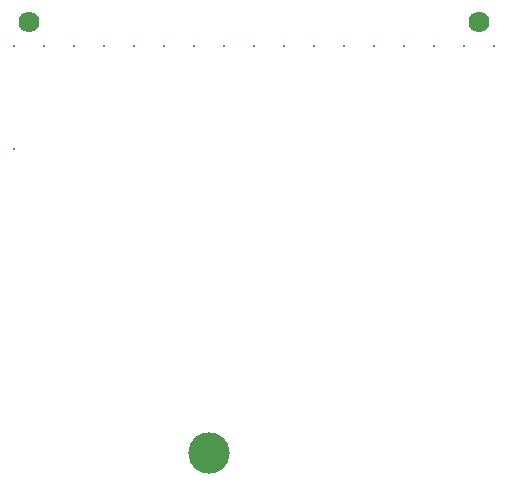
<source format=gbr>
G04 DesignSpark PCB Gerber Version 10.0 Build 5299*
%FSLAX35Y35*%
%MOIN*%
%ADD118C,0.01181*%
%ADD119C,0.07008*%
%ADD128C,0.13780*%
X0Y0D02*
D02*
D118*
X63100Y280571D03*
Y314935D03*
X73100D03*
X83100D03*
X93100D03*
X103100D03*
X113100D03*
X123100D03*
X133100D03*
X143100D03*
X153100D03*
X163100D03*
X173100D03*
X183100D03*
X193100D03*
X203100D03*
X213100D03*
X223100D03*
D02*
D119*
X68100Y323100D03*
X218100D03*
D02*
D128*
X128092Y179353D03*
X0Y0D02*
M02*

</source>
